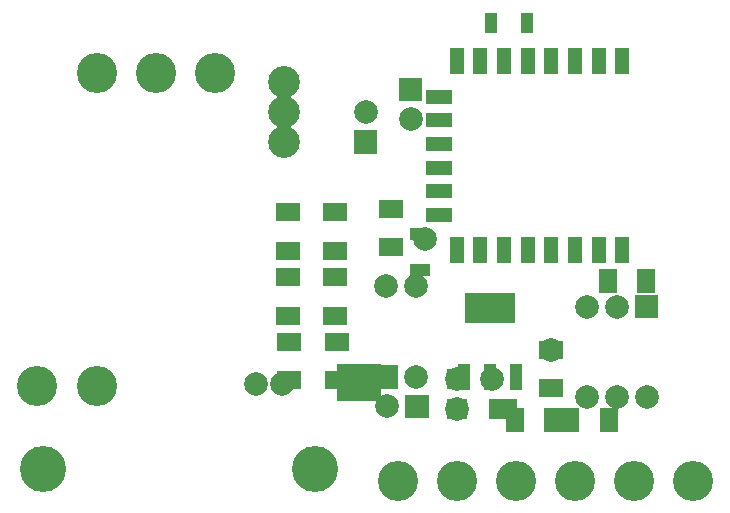
<source format=gbr>
%FSLAX34Y34*%
%MOMM*%
%LNSOLDERMASK_TOP*%
G71*
G01*
%ADD10C, 3.400*%
%ADD11C, 3.900*%
%ADD12R, 1.250X2.200*%
%ADD13R, 2.200X1.200*%
%ADD14C, 2.700*%
%ADD15R, 2.000X1.500*%
%ADD16C, 2.000*%
%ADD17R, 3.800X2.200*%
%ADD18C, 2.000*%
%ADD19R, 1.100X2.200*%
%ADD20R, 4.300X2.600*%
%ADD21R, 1.070X1.800*%
%ADD22C, 2.000*%
%ADD23R, 1.500X2.000*%
%ADD24R, 1.700X1.800*%
%ADD25R, 1.800X1.800*%
%ADD26R, 1.800X1.070*%
%LPD*%
X573000Y587000D02*
G54D10*
D03*
X523000Y587000D02*
G54D10*
D03*
X473000Y587000D02*
G54D10*
D03*
X423000Y587000D02*
G54D10*
D03*
X373000Y587000D02*
G54D10*
D03*
X323000Y587000D02*
G54D10*
D03*
X23000Y597000D02*
G54D11*
D03*
X253000Y597000D02*
G54D11*
D03*
X68000Y932000D02*
G54D10*
D03*
X118000Y932000D02*
G54D10*
D03*
X168000Y932000D02*
G54D10*
D03*
X18000Y667000D02*
G54D10*
D03*
X68000Y667000D02*
G54D10*
D03*
X573000Y587000D02*
G54D10*
D03*
X523000Y587000D02*
G54D10*
D03*
X473000Y587000D02*
G54D10*
D03*
X423000Y587000D02*
G54D10*
D03*
X373000Y587000D02*
G54D10*
D03*
X323000Y587000D02*
G54D10*
D03*
X23000Y597000D02*
G54D11*
D03*
X253000Y597000D02*
G54D11*
D03*
X68000Y932000D02*
G54D10*
D03*
X118000Y932000D02*
G54D10*
D03*
X168000Y932000D02*
G54D10*
D03*
X18000Y667000D02*
G54D10*
D03*
X68000Y667000D02*
G54D10*
D03*
X573000Y587000D02*
G54D10*
D03*
X523000Y587000D02*
G54D10*
D03*
X473000Y587000D02*
G54D10*
D03*
X423000Y587000D02*
G54D10*
D03*
X373000Y587000D02*
G54D10*
D03*
X323000Y587000D02*
G54D10*
D03*
X68000Y932000D02*
G54D10*
D03*
X118000Y932000D02*
G54D10*
D03*
X168000Y932000D02*
G54D10*
D03*
X18000Y667000D02*
G54D10*
D03*
X68000Y667000D02*
G54D10*
D03*
X513000Y942000D02*
G54D12*
D03*
X493000Y942000D02*
G54D12*
D03*
X473000Y942000D02*
G54D12*
D03*
X453000Y942000D02*
G54D12*
D03*
X433000Y942000D02*
G54D12*
D03*
X413000Y942000D02*
G54D12*
D03*
X393000Y942000D02*
G54D12*
D03*
X373000Y942000D02*
G54D12*
D03*
X513000Y782000D02*
G54D12*
D03*
X493000Y782000D02*
G54D12*
D03*
X473000Y782000D02*
G54D12*
D03*
X453000Y782000D02*
G54D12*
D03*
X433000Y782000D02*
G54D12*
D03*
X413000Y782000D02*
G54D12*
D03*
X393000Y782000D02*
G54D12*
D03*
X373000Y782000D02*
G54D12*
D03*
X358000Y912000D02*
G54D13*
D03*
X358000Y892000D02*
G54D13*
D03*
X358000Y872000D02*
G54D13*
D03*
X358000Y852000D02*
G54D13*
D03*
X358000Y832000D02*
G54D13*
D03*
X358000Y812000D02*
G54D13*
D03*
X226600Y924900D02*
G54D14*
D03*
X226600Y899500D02*
G54D14*
D03*
X226600Y874100D02*
G54D14*
D03*
X226600Y924900D02*
G54D14*
D03*
X226600Y899500D02*
G54D14*
D03*
X226600Y874100D02*
G54D14*
D03*
X231204Y671853D02*
G54D15*
D03*
X231304Y704353D02*
G54D15*
D03*
X271204Y671853D02*
G54D15*
D03*
X271304Y704353D02*
G54D15*
D03*
X270204Y781853D02*
G54D15*
D03*
X270304Y814353D02*
G54D15*
D03*
X270204Y726853D02*
G54D15*
D03*
X270304Y759353D02*
G54D15*
D03*
X230204Y781853D02*
G54D15*
D03*
X230304Y814353D02*
G54D15*
D03*
X230204Y726853D02*
G54D15*
D03*
X230304Y759353D02*
G54D15*
D03*
G36*
X303112Y664917D02*
X303112Y684917D01*
X323112Y684917D01*
X323112Y664917D01*
X303112Y664917D01*
G37*
X338612Y674917D02*
G54D16*
D03*
X313112Y751417D02*
G54D16*
D03*
X338612Y751417D02*
G54D16*
D03*
X289818Y675182D02*
G54D17*
D03*
X289818Y665182D02*
G54D17*
D03*
X317035Y784796D02*
G54D15*
D03*
X317135Y817296D02*
G54D15*
D03*
X313866Y649869D02*
G54D18*
D03*
G36*
X349266Y639869D02*
X329266Y639869D01*
X329266Y659869D01*
X349266Y659869D01*
X349266Y639869D01*
G37*
X379000Y674472D02*
G54D19*
D03*
X401200Y674472D02*
G54D19*
D03*
X423500Y674472D02*
G54D19*
D03*
X401200Y733272D02*
G54D20*
D03*
X374634Y647484D02*
G54D21*
D03*
X405034Y647484D02*
G54D21*
D03*
G36*
X543781Y724400D02*
X523781Y724400D01*
X523781Y744400D01*
X543781Y744400D01*
X543781Y724400D01*
G37*
X508381Y734400D02*
G54D22*
D03*
X482981Y734400D02*
G54D22*
D03*
X482981Y658200D02*
G54D22*
D03*
X508381Y658200D02*
G54D22*
D03*
X533781Y658200D02*
G54D22*
D03*
X295832Y898930D02*
G54D18*
D03*
G36*
X285832Y863530D02*
X285832Y883530D01*
X305832Y883530D01*
X305832Y863530D01*
X285832Y863530D01*
G37*
G36*
X461867Y648327D02*
X476867Y648327D01*
X476868Y628327D01*
X461868Y628327D01*
X461867Y648327D01*
G37*
X501867Y638227D02*
G54D23*
D03*
X452860Y697944D02*
G54D15*
D03*
X452760Y665444D02*
G54D15*
D03*
G36*
X493453Y765851D02*
X508453Y765851D01*
X508453Y745851D01*
X493453Y745851D01*
X493453Y765851D01*
G37*
X533453Y755751D02*
G54D23*
D03*
X422303Y638456D02*
G54D23*
D03*
X454803Y638356D02*
G54D23*
D03*
X415734Y647565D02*
G54D24*
D03*
X373220Y648059D02*
G54D24*
D03*
X402812Y673236D02*
G54D18*
D03*
X372827Y672711D02*
G54D18*
D03*
X373220Y648059D02*
G54D18*
D03*
X224638Y668862D02*
G54D18*
D03*
X202638Y668862D02*
G54D18*
D03*
X346059Y791947D02*
G54D18*
D03*
X461947Y638356D02*
G54D18*
D03*
X452860Y697944D02*
G54D18*
D03*
X333912Y892944D02*
G54D18*
D03*
G36*
X343912Y928344D02*
X343912Y908344D01*
X323912Y908344D01*
X323912Y928344D01*
X343912Y928344D01*
G37*
X372827Y672711D02*
G54D25*
D03*
X287638Y669162D02*
G54D18*
D03*
X342059Y795947D02*
G54D26*
D03*
X342059Y765547D02*
G54D26*
D03*
X432313Y974934D02*
G54D21*
D03*
X401913Y974934D02*
G54D21*
D03*
M02*

</source>
